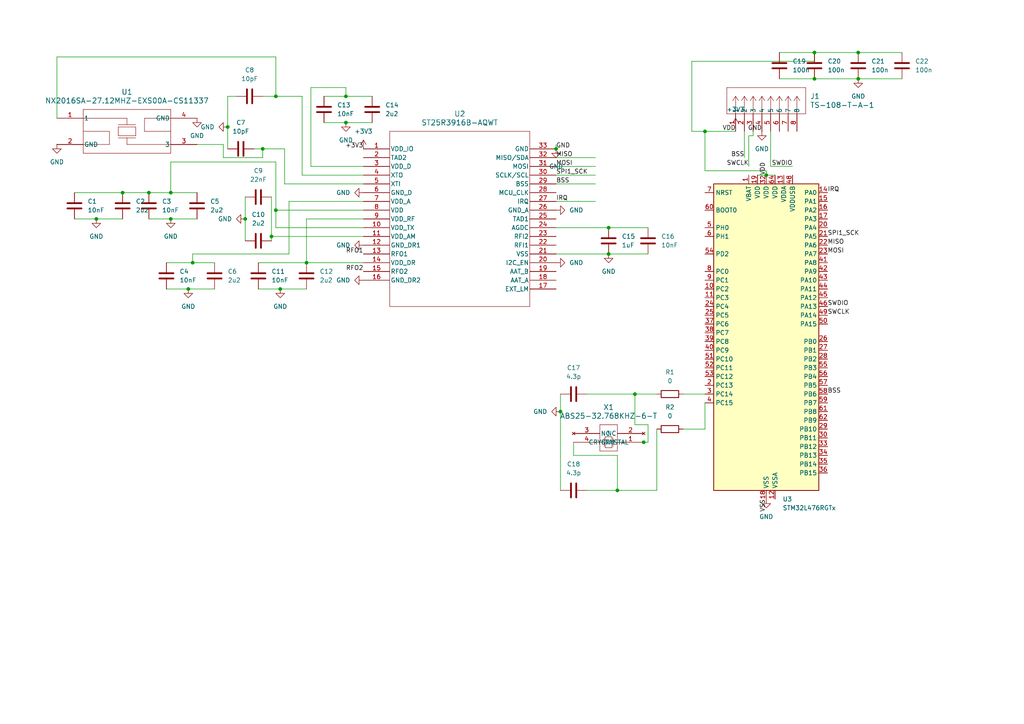
<source format=kicad_sch>
(kicad_sch (version 20231120) (generator "eeschema") (generator_version "8.0")
  (paper "A4")
  (lib_symbols
    (symbol "Crystal:ABS25-32.768KHZ-6-T" (pin_names (offset 0.254))
      (property "Reference" "X" (at 10.16 7.62 0))
      (property "Value" "ABS25-32.768KHZ-6-T" (at 10.16 5.08 0))
      (symbol "ABS25-32.768KHZ-6-T_0_1"
        (polyline (pts (xy 7.62 -5.08) (xy 12.7 -5.08)) (stroke (width 0.127)))
        (polyline (pts (xy 7.62 0) (xy 8.89 0)) (stroke (width 0.127)))
        (polyline (pts (xy 7.62 2.54) (xy 7.62 -5.08)) (stroke (width 0.127)))
        (polyline (pts (xy 8.89 1.27) (xy 8.89 -1.27)) (stroke (width 0.127)))
        (polyline (pts (xy 9.2075 -1.5875) (xy 11.1125 -1.5875)) (stroke (width 0.127)))
        (polyline (pts (xy 9.2075 1.5875) (xy 9.2075 -1.5875)) (stroke (width 0.127)))
        (polyline (pts (xy 9.2075 1.5875) (xy 11.1125 1.5875)) (stroke (width 0.127)))
        (polyline (pts (xy 11.1125 1.5875) (xy 11.1125 -1.5875)) (stroke (width 0.127)))
        (polyline (pts (xy 11.43 0) (xy 12.7 0)) (stroke (width 0.127)))
        (polyline (pts (xy 11.43 1.27) (xy 11.43 -1.27)) (stroke (width 0.127)))
        (polyline (pts (xy 12.7 -5.08) (xy 12.7 2.54)) (stroke (width 0.127)))
        (polyline (pts (xy 12.7 2.54) (xy 7.62 2.54)) (stroke (width 0.127)))
        (pin unspecified line (at 0 0 0) (length 7.62) (name "CRYSTAL") (number "1"))
        (pin no_connect line (at 0 -2.54 0) (length 7.62) (name "NC") (number "2"))
        (pin no_connect line (at 20.32 -2.54 180) (length 7.62) (name "NC") (number "3"))
        (pin unspecified line (at 20.32 0 180) (length 7.62) (name "CRYSTAL") (number "4"))
      )
    )
    (symbol "Crystal_27.12MHz:NX2016SA-27.12MHZ-EXS00A-CS11337" (pin_names (offset 0.254))
      (property "Reference" "U" (at 20.32 7.62 0))
      (property "Value" "NX2016SA-27.12MHZ-EXS00A-CS11337" (at 20.32 5.08 0))
      (symbol "NX2016SA-27.12MHZ-EXS00A-CS11337_0_1"
        (polyline (pts (xy 7.62 -10.16) (xy 33.02 -10.16)) (stroke (width 0.127)))
        (polyline (pts (xy 7.62 -7.62) (xy 15.24 -7.62)) (stroke (width 0.127)))
        (polyline (pts (xy 7.62 0) (xy 20.32 0)) (stroke (width 0.127)))
        (polyline (pts (xy 7.62 2.54) (xy 7.62 -10.16)) (stroke (width 0.127)))
        (polyline (pts (xy 15.24 -7.62) (xy 15.24 -3.81)) (stroke (width 0.127)))
        (polyline (pts (xy 15.24 -3.81) (xy 7.62 -3.81)) (stroke (width 0.127)))
        (polyline (pts (xy 17.78 -5.715) (xy 22.86 -5.715)) (stroke (width 0.127)))
        (polyline (pts (xy 17.78 -5.08) (xy 22.86 -5.08)) (stroke (width 0.127)))
        (polyline (pts (xy 17.78 -2.54) (xy 17.78 -5.08)) (stroke (width 0.127)))
        (polyline (pts (xy 17.78 -2.54) (xy 22.86 -2.54)) (stroke (width 0.127)))
        (polyline (pts (xy 17.78 -1.905) (xy 22.86 -1.905)) (stroke (width 0.127)))
        (polyline (pts (xy 20.32 -7.62) (xy 20.32 -5.715)) (stroke (width 0.127)))
        (polyline (pts (xy 20.32 0) (xy 20.32 -1.905)) (stroke (width 0.127)))
        (polyline (pts (xy 22.86 -2.54) (xy 22.86 -5.08)) (stroke (width 0.127)))
        (polyline (pts (xy 25.4 -3.81) (xy 33.02 -3.81)) (stroke (width 0.127)))
        (polyline (pts (xy 25.4 0) (xy 25.4 -3.81)) (stroke (width 0.127)))
        (polyline (pts (xy 33.02 -10.16) (xy 33.02 2.54)) (stroke (width 0.127)))
        (polyline (pts (xy 33.02 -7.62) (xy 20.32 -7.62)) (stroke (width 0.127)))
        (polyline (pts (xy 33.02 0) (xy 25.4 0)) (stroke (width 0.127)))
        (polyline (pts (xy 33.02 2.54) (xy 7.62 2.54)) (stroke (width 0.127)))
        (pin unspecified line (at 0 0 0) (length 7.62) (name "1") (number "1"))
        (pin unspecified line (at 0 -7.62 0) (length 7.62) (name "GND") (number "2"))
        (pin unspecified line (at 40.64 -7.62 180) (length 7.62) (name "3") (number "3"))
        (pin unspecified line (at 40.64 0 180) (length 7.62) (name "GND") (number "4"))
      )
    )
    (symbol "Device:C" (pin_numbers hide) (pin_names (offset 0.254))
      (property "Reference" "C" (at 0.635 2.54 0))
      (property "Value" "C" (at 0.635 -2.54 0))
      (symbol "C_0_1"
        (polyline (pts (xy -2.032 -0.762) (xy 2.032 -0.762)) (stroke (width 0.508)))
        (polyline (pts (xy -2.032 0.762) (xy 2.032 0.762)) (stroke (width 0.508)))
      )
      (symbol "C_1_1"
        (pin passive line (at 0 3.81 270) (length 2.794) (name "~") (number "1"))
        (pin passive line (at 0 -3.81 90) (length 2.794) (name "~") (number "2"))
      )
    )
    (symbol "Device:R" (pin_numbers hide) (pin_names (offset 0))
      (property "Reference" "R" (at 2.032 0 90))
      (property "Value" "R" (at 0 0 90))
      (symbol "R_0_1"
        (rectangle (start -1.016 -2.54) (end 1.016 2.54) (stroke (width 0.254)))
      )
      (symbol "R_1_1"
        (pin passive line (at 0 3.81 270) (length 1.27) (name "~") (number "1"))
        (pin passive line (at 0 -3.81 90) (length 1.27) (name "~") (number "2"))
      )
    )
    (symbol "Header_Connector:TS-108-T-A-1" (pin_names (offset 0.254))
      (property "Reference" "J" (at 8.89 6.35 0))
      (property "Value" "TS-108-T-A-1" (at 0 0 0))
      (symbol "TS-108-T-A-1_1_1"
        (polyline (pts (xy 5.08 -20.32) (xy 12.7 -20.32)) (stroke (width 0.127)))
        (polyline (pts (xy 5.08 2.54) (xy 5.08 -20.32)) (stroke (width 0.127)))
        (polyline (pts (xy 10.16 -17.78) (xy 5.08 -17.78)) (stroke (width 0.127)))
        (polyline (pts (xy 10.16 -17.78) (xy 8.89 -18.6267)) (stroke (width 0.127)))
        (polyline (pts (xy 10.16 -17.78) (xy 8.89 -16.9333)) (stroke (width 0.127)))
        (polyline (pts (xy 10.16 -15.24) (xy 5.08 -15.24)) (stroke (width 0.127)))
        (polyline (pts (xy 10.16 -15.24) (xy 8.89 -16.0867)) (stroke (width 0.127)))
        (polyline (pts (xy 10.16 -15.24) (xy 8.89 -14.3933)) (stroke (width 0.127)))
        (polyline (pts (xy 10.16 -12.7) (xy 5.08 -12.7)) (stroke (width 0.127)))
        (polyline (pts (xy 10.16 -12.7) (xy 8.89 -13.5467)) (stroke (width 0.127)))
        (polyline (pts (xy 10.16 -12.7) (xy 8.89 -11.8533)) (stroke (width 0.127)))
        (polyline (pts (xy 10.16 -10.16) (xy 5.08 -10.16)) (stroke (width 0.127)))
        (polyline (pts (xy 10.16 -10.16) (xy 8.89 -11.0067)) (stroke (width 0.127)))
        (polyline (pts (xy 10.16 -10.16) (xy 8.89 -9.3133)) (stroke (width 0.127)))
        (polyline (pts (xy 10.16 -7.62) (xy 5.08 -7.62)) (stroke (width 0.127)))
        (polyline (pts (xy 10.16 -7.62) (xy 8.89 -8.4667)) (stroke (width 0.127)))
        (polyline (pts (xy 10.16 -7.62) (xy 8.89 -6.7733)) (stroke (width 0.127)))
        (polyline (pts (xy 10.16 -5.08) (xy 5.08 -5.08)) (stroke (width 0.127)))
        (polyline (pts (xy 10.16 -5.08) (xy 8.89 -5.9267)) (stroke (width 0.127)))
        (polyline (pts (xy 10.16 -5.08) (xy 8.89 -4.2333)) (stroke (width 0.127)))
        (polyline (pts (xy 10.16 -2.54) (xy 5.08 -2.54)) (stroke (width 0.127)))
        (polyline (pts (xy 10.16 -2.54) (xy 8.89 -3.3867)) (stroke (width 0.127)))
        (polyline (pts (xy 10.16 -2.54) (xy 8.89 -1.6933)) (stroke (width 0.127)))
        (polyline (pts (xy 10.16 0) (xy 5.08 0)) (stroke (width 0.127)))
        (polyline (pts (xy 10.16 0) (xy 8.89 -0.8467)) (stroke (width 0.127)))
        (polyline (pts (xy 10.16 0) (xy 8.89 0.8467)) (stroke (width 0.127)))
        (polyline (pts (xy 12.7 -20.32) (xy 12.7 2.54)) (stroke (width 0.127)))
        (polyline (pts (xy 12.7 2.54) (xy 5.08 2.54)) (stroke (width 0.127)))
        (pin unspecified line (at 0 0 0) (length 5.08) (name "1") (number "1"))
        (pin unspecified line (at 0 -2.54 0) (length 5.08) (name "2") (number "2"))
        (pin unspecified line (at 0 -5.08 0) (length 5.08) (name "3") (number "3"))
        (pin unspecified line (at 0 -7.62 0) (length 5.08) (name "4") (number "4"))
        (pin unspecified line (at 0 -10.16 0) (length 5.08) (name "5") (number "5"))
        (pin unspecified line (at 0 -12.7 0) (length 5.08) (name "6") (number "6"))
        (pin unspecified line (at 0 -15.24 0) (length 5.08) (name "7") (number "7"))
        (pin unspecified line (at 0 -17.78 0) (length 5.08) (name "8") (number "8"))
      )
      (symbol "TS-108-T-A-1_1_2"
        (polyline (pts (xy 5.08 -20.32) (xy 12.7 -20.32)) (stroke (width 0.127)))
        (polyline (pts (xy 5.08 2.54) (xy 5.08 -20.32)) (stroke (width 0.127)))
        (polyline (pts (xy 7.62 -17.78) (xy 5.08 -17.78)) (stroke (width 0.127)))
        (polyline (pts (xy 7.62 -17.78) (xy 8.89 -18.6267)) (stroke (width 0.127)))
        (polyline (pts (xy 7.62 -17.78) (xy 8.89 -16.9333)) (stroke (width 0.127)))
        (polyline (pts (xy 7.62 -15.24) (xy 5.08 -15.24)) (stroke (width 0.127)))
        (polyline (pts (xy 7.62 -15.24) (xy 8.89 -16.0867)) (stroke (width 0.127)))
        (polyline (pts (xy 7.62 -15.24) (xy 8.89 -14.3933)) (stroke (width 0.127)))
        (polyline (pts (xy 7.62 -12.7) (xy 5.08 -12.7)) (stroke (width 0.127)))
        (polyline (pts (xy 7.62 -12.7) (xy 8.89 -13.5467)) (stroke (width 0.127)))
        (polyline (pts (xy 7.62 -12.7) (xy 8.89 -11.8533)) (stroke (width 0.127)))
        (polyline (pts (xy 7.62 -10.16) (xy 5.08 -10.16)) (stroke (width 0.127)))
        (polyline (pts (xy 7.62 -10.16) (xy 8.89 -11.0067)) (stroke (width 0.127)))
        (polyline (pts (xy 7.62 -10.16) (xy 8.89 -9.3133)) (stroke (width 0.127)))
        (polyline (pts (xy 7.62 -7.62) (xy 5.08 -7.62)) (stroke (width 0.127)))
        (polyline (pts (xy 7.62 -7.62) (xy 8.89 -8.4667)) (stroke (width 0.127)))
        (polyline (pts (xy 7.62 -7.62) (xy 8.89 -6.7733)) (stroke (width 0.127)))
        (polyline (pts (xy 7.62 -5.08) (xy 5.08 -5.08)) (stroke (width 0.127)))
        (polyline (pts (xy 7.62 -5.08) (xy 8.89 -5.9267)) (stroke (width 0.127)))
        (polyline (pts (xy 7.62 -5.08) (xy 8.89 -4.2333)) (stroke (width 0.127)))
        (polyline (pts (xy 7.62 -2.54) (xy 5.08 -2.54)) (stroke (width 0.127)))
        (polyline (pts (xy 7.62 -2.54) (xy 8.89 -3.3867)) (stroke (width 0.127)))
        (polyline (pts (xy 7.62 -2.54) (xy 8.89 -1.6933)) (stroke (width 0.127)))
        (polyline (pts (xy 7.62 0) (xy 5.08 0)) (stroke (width 0.127)))
        (polyline (pts (xy 7.62 0) (xy 8.89 -0.8467)) (stroke (width 0.127)))
        (polyline (pts (xy 7.62 0) (xy 8.89 0.8467)) (stroke (width 0.127)))
        (polyline (pts (xy 12.7 -20.32) (xy 12.7 2.54)) (stroke (width 0.127)))
        (polyline (pts (xy 12.7 2.54) (xy 5.08 2.54)) (stroke (width 0.127)))
        (pin unspecified line (at 0 0 0) (length 5.08) (name "1") (number "1"))
        (pin unspecified line (at 0 -2.54 0) (length 5.08) (name "2") (number "2"))
        (pin unspecified line (at 0 -5.08 0) (length 5.08) (name "3") (number "3"))
        (pin unspecified line (at 0 -7.62 0) (length 5.08) (name "4") (number "4"))
        (pin unspecified line (at 0 -10.16 0) (length 5.08) (name "5") (number "5"))
        (pin unspecified line (at 0 -12.7 0) (length 5.08) (name "6") (number "6"))
        (pin unspecified line (at 0 -15.24 0) (length 5.08) (name "7") (number "7"))
        (pin unspecified line (at 0 -17.78 0) (length 5.08) (name "8") (number "8"))
      )
    )
    (symbol "MCU_ST_STM32L4:STM32L476RGTx"
      (property "Reference" "U" (at -15.24 46.99 0))
      (property "Value" "STM32L476RGTx" (at 10.16 46.99 0))
      (symbol "STM32L476RGTx_0_1"
        (rectangle (start -15.24 -43.18) (end 15.24 45.72) (stroke (width 0.254)) (fill (type background)))
      )
      (symbol "STM32L476RGTx_1_1"
        (pin power_in line (at -5.08 48.26 270) (length 2.54) (name "VBAT") (number "1"))
        (pin bidirectional line (at -17.78 15.24 0) (length 2.54) (name "PC2") (number "10"))
        (pin bidirectional line (at -17.78 12.7 0) (length 2.54) (name "PC3") (number "11"))
        (pin power_in line (at 2.54 -45.72 90) (length 2.54) (name "VSSA") (number "12"))
        (pin power_in line (at 5.08 48.26 270) (length 2.54) (name "VDDA") (number "13"))
        (pin bidirectional line (at 17.78 43.18 180) (length 2.54) (name "PA0") (number "14"))
        (pin bidirectional line (at 17.78 40.64 180) (length 2.54) (name "PA1") (number "15"))
        (pin bidirectional line (at 17.78 38.1 180) (length 2.54) (name "PA2") (number "16"))
        (pin bidirectional line (at 17.78 35.56 180) (length 2.54) (name "PA3") (number "17"))
        (pin power_in line (at 0 -45.72 90) (length 2.54) (name "VSS") (number "18"))
        (pin power_in line (at -2.54 48.26 270) (length 2.54) (name "VDD") (number "19"))
        (pin bidirectional line (at -17.78 -12.7 0) (length 2.54) (name "PC13") (number "2"))
        (pin bidirectional line (at 17.78 33.02 180) (length 2.54) (name "PA4") (number "20"))
        (pin bidirectional line (at 17.78 30.48 180) (length 2.54) (name "PA5") (number "21"))
        (pin bidirectional line (at 17.78 27.94 180) (length 2.54) (name "PA6") (number "22"))
        (pin bidirectional line (at 17.78 25.4 180) (length 2.54) (name "PA7") (number "23"))
        (pin bidirectional line (at -17.78 10.16 0) (length 2.54) (name "PC4") (number "24"))
        (pin bidirectional line (at -17.78 7.62 0) (length 2.54) (name "PC5") (number "25"))
        (pin bidirectional line (at 17.78 0 180) (length 2.54) (name "PB0") (number "26"))
        (pin bidirectional line (at 17.78 -2.54 180) (length 2.54) (name "PB1") (number "27"))
        (pin bidirectional line (at 17.78 -5.08 180) (length 2.54) (name "PB2") (number "28"))
        (pin bidirectional line (at 17.78 -25.4 180) (length 2.54) (name "PB10") (number "29"))
        (pin bidirectional line (at -17.78 -15.24 0) (length 2.54) (name "PC14") (number "3"))
        (pin bidirectional line (at 17.78 -27.94 180) (length 2.54) (name "PB11") (number "30"))
        (pin passive line (at 0 -45.72 90) (length 2.54) hide (name "VSS") (number "31"))
        (pin power_in line (at 0 48.26 270) (length 2.54) (name "VDD") (number "32"))
        (pin bidirectional line (at 17.78 -30.48 180) (length 2.54) (name "PB12") (number "33"))
        (pin bidirectional line (at 17.78 -33.02 180) (length 2.54) (name "PB13") (number "34"))
        (pin bidirectional line (at 17.78 -35.56 180) (length 2.54) (name "PB14") (number "35"))
        (pin bidirectional line (at 17.78 -38.1 180) (length 2.54) (name "PB15") (number "36"))
        (pin bidirectional line (at -17.78 5.08 0) (length 2.54) (name "PC6") (number "37"))
        (pin bidirectional line (at -17.78 2.54 0) (length 2.54) (name "PC7") (number "38"))
        (pin bidirectional line (at -17.78 0 0) (length 2.54) (name "PC8") (number "39"))
        (pin bidirectional line (at -17.78 -17.78 0) (length 2.54) (name "PC15") (number "4"))
        (pin bidirectional line (at -17.78 -2.54 0) (length 2.54) (name "PC9") (number "40"))
        (pin bidirectional line (at 17.78 22.86 180) (length 2.54) (name "PA8") (number "41"))
        (pin bidirectional line (at 17.78 20.32 180) (length 2.54) (name "PA9") (number "42"))
        (pin bidirectional line (at 17.78 17.78 180) (length 2.54) (name "PA10") (number "43"))
        (pin bidirectional line (at 17.78 15.24 180) (length 2.54) (name "PA11") (number "44"))
        (pin bidirectional line (at 17.78 12.7 180) (length 2.54) (name "PA12") (number "45"))
        (pin bidirectional line (at 17.78 10.16 180) (length 2.54) (name "PA13") (number "46"))
        (pin passive line (at 0 -45.72 90) (length 2.54) hide (name "VSS") (number "47"))
        (pin power_in line (at 7.62 48.26 270) (length 2.54) (name "VDDUSB") (number "48"))
        (pin bidirectional line (at 17.78 7.62 180) (length 2.54) (name "PA14") (number "49"))
        (pin bidirectional line (at -17.78 33.02 0) (length 2.54) (name "PH0") (number "5"))
        (pin bidirectional line (at 17.78 5.08 180) (length 2.54) (name "PA15") (number "50"))
        (pin bidirectional line (at -17.78 -5.08 0) (length 2.54) (name "PC10") (number "51"))
        (pin bidirectional line (at -17.78 -7.62 0) (length 2.54) (name "PC11") (number "52"))
        (pin bidirectional line (at -17.78 -10.16 0) (length 2.54) (name "PC12") (number "53"))
        (pin bidirectional line (at -17.78 25.4 0) (length 2.54) (name "PD2") (number "54"))
        (pin bidirectional line (at 17.78 -7.62 180) (length 2.54) (name "PB3") (number "55"))
        (pin bidirectional line (at 17.78 -10.16 180) (length 2.54) (name "PB4") (number "56"))
        (pin bidirectional line (at 17.78 -12.7 180) (length 2.54) (name "PB5") (number "57"))
        (pin bidirectional line (at 17.78 -15.24 180) (length 2.54) (name "PB6") (number "58"))
        (pin bidirectional line (at 17.78 -17.78 180) (length 2.54) (name "PB7") (number "59"))
        (pin bidirectional line (at -17.78 30.48 0) (length 2.54) (name "PH1") (number "6"))
        (pin input line (at -17.78 38.1 0) (length 2.54) (name "BOOT0") (number "60"))
        (pin bidirectional line (at 17.78 -20.32 180) (length 2.54) (name "PB8") (number "61"))
        (pin bidirectional line (at 17.78 -22.86 180) (length 2.54) (name "PB9") (number "62"))
        (pin passive line (at 0 -45.72 90) (length 2.54) hide (name "VSS") (number "63"))
        (pin power_in line (at 2.54 48.26 270) (length 2.54) (name "VDD") (number "64"))
        (pin input line (at -17.78 43.18 0) (length 2.54) (name "NRST") (number "7"))
        (pin bidirectional line (at -17.78 20.32 0) (length 2.54) (name "PC0") (number "8"))
        (pin bidirectional line (at -17.78 17.78 0) (length 2.54) (name "PC1") (number "9"))
      )
    )
    (symbol "ST25R3916B:ST25R3916B-AQWT" (pin_names (offset 0.254))
      (property "Reference" "U" (at 27.94 10.16 0))
      (property "Value" "ST25R3916B-AQWT" (at 27.94 7.62 0))
      (symbol "ST25R3916B-AQWT_0_1"
        (polyline (pts (xy 7.62 -45.72) (xy 48.26 -45.72)) (stroke (width 0.127)))
        (polyline (pts (xy 7.62 5.08) (xy 7.62 -45.72)) (stroke (width 0.127)))
        (polyline (pts (xy 48.26 -45.72) (xy 48.26 5.08)) (stroke (width 0.127)))
        (polyline (pts (xy 48.26 5.08) (xy 7.62 5.08)) (stroke (width 0.127)))
        (pin power_in line (at 0 0 0) (length 7.62) (name "VDD_IO") (number "1"))
        (pin power_in line (at 0 -22.86 0) (length 7.62) (name "VDD_TX") (number "10"))
        (pin unspecified line (at 0 -25.4 0) (length 7.62) (name "VDD_AM") (number "11"))
        (pin power_out line (at 0 -27.94 0) (length 7.62) (name "GND_DR1") (number "12"))
        (pin unspecified line (at 0 -30.48 0) (length 7.62) (name "RFO1") (number "13"))
        (pin power_in line (at 0 -33.02 0) (length 7.62) (name "VDD_DR") (number "14"))
        (pin unspecified line (at 0 -35.56 0) (length 7.62) (name "RFO2") (number "15"))
        (pin power_out line (at 0 -38.1 0) (length 7.62) (name "GND_DR2") (number "16"))
        (pin unspecified line (at 55.88 -40.64 180) (length 7.62) (name "EXT_LM") (number "17"))
        (pin unspecified line (at 55.88 -38.1 180) (length 7.62) (name "AAT_A") (number "18"))
        (pin unspecified line (at 55.88 -35.56 180) (length 7.62) (name "AAT_B") (number "19"))
        (pin unspecified line (at 0 -2.54 0) (length 7.62) (name "TAD2") (number "2"))
        (pin input line (at 55.88 -33.02 180) (length 7.62) (name "I2C_EN") (number "20"))
        (pin power_out line (at 55.88 -30.48 180) (length 7.62) (name "VSS") (number "21"))
        (pin unspecified line (at 55.88 -27.94 180) (length 7.62) (name "RFI1") (number "22"))
        (pin unspecified line (at 55.88 -25.4 180) (length 7.62) (name "RFI2") (number "23"))
        (pin unspecified line (at 55.88 -22.86 180) (length 7.62) (name "AGDC") (number "24"))
        (pin unspecified line (at 55.88 -20.32 180) (length 7.62) (name "TAD1") (number "25"))
        (pin power_out line (at 55.88 -17.78 180) (length 7.62) (name "GND_A") (number "26"))
        (pin output line (at 55.88 -15.24 180) (length 7.62) (name "IRQ") (number "27"))
        (pin output line (at 55.88 -12.7 180) (length 7.62) (name "MCU_CLK") (number "28"))
        (pin input line (at 55.88 -10.16 180) (length 7.62) (name "BSS") (number "29"))
        (pin unspecified line (at 0 -5.08 0) (length 7.62) (name "VDD_D") (number "3"))
        (pin input line (at 55.88 -7.62 180) (length 7.62) (name "SCLK/SCL") (number "30"))
        (pin input line (at 55.88 -5.08 180) (length 7.62) (name "MOSI") (number "31"))
        (pin bidirectional line (at 55.88 -2.54 180) (length 7.62) (name "MISO/SDA") (number "32"))
        (pin power_out line (at 55.88 0 180) (length 7.62) (name "GND") (number "33"))
        (pin unspecified line (at 0 -7.62 0) (length 7.62) (name "XTO") (number "4"))
        (pin input line (at 0 -10.16 0) (length 7.62) (name "XTI") (number "5"))
        (pin power_out line (at 0 -12.7 0) (length 7.62) (name "GND_D") (number "6"))
        (pin unspecified line (at 0 -15.24 0) (length 7.62) (name "VDD_A") (number "7"))
        (pin power_in line (at 0 -17.78 0) (length 7.62) (name "VDD") (number "8"))
        (pin unspecified line (at 0 -20.32 0) (length 7.62) (name "VDD_RF") (number "9"))
      )
    )
    (symbol "power:+3V3" (power) (pin_numbers hide) (pin_names (offset 0) hide)
      (property "Value" "+3V3" (at 0 3.556 0))
      (symbol "+3V3_0_1"
        (polyline (pts (xy -0.762 1.27) (xy 0 2.54)))
        (polyline (pts (xy 0 0) (xy 0 2.54)))
        (polyline (pts (xy 0 2.54) (xy 0.762 1.27)))
      )
      (symbol "+3V3_1_1"
        (pin power_in line (at 0 0 90) (length 0) (name "~") (number "1"))
      )
    )
    (symbol "power:GND" (power) (pin_numbers hide) (pin_names (offset 0) hide)
      (property "Value" "GND" (at 0 -3.81 0))
      (symbol "GND_0_1"
        (polyline (pts (xy 0 0) (xy 0 -1.27) (xy 1.27 -1.27) (xy 0 -2.54) (xy -1.27 -1.27) (xy 0 -1.27)))
      )
      (symbol "GND_1_1"
        (pin power_in line (at 0 0 270) (length 0) (name "~") (number "1"))
      )
    )
  )
  (junction (at 179.07 142.24))
  (junction (at 176.53 73.66))
  (junction (at 81.28 83.82))
  (junction (at 35.56 55.88))
  (junction (at 236.22 22.86))
  (junction (at 100.33 27.94))
  (junction (at 204.47 38.1))
  (junction (at 88.9 76.2))
  (junction (at 55.88 76.2))
  (junction (at 248.92 22.86))
  (junction (at 27.94 63.5))
  (junction (at 49.53 55.88))
  (junction (at 80.01 27.94))
  (junction (at 54.61 83.82))
  (junction (at 184.15 114.3))
  (junction (at 66.04 36.83))
  (junction (at 161.29 43.18))
  (junction (at 186.69 128.27))
  (junction (at 76.2 43.18))
  (junction (at 248.92 15.24))
  (junction (at 43.18 55.88))
  (junction (at 236.22 15.24))
  (junction (at 162.56 119.38))
  (junction (at 49.53 63.5))
  (junction (at 80.01 60.96))
  (junction (at 71.12 63.5))
  (junction (at 222.25 50.8))
  (junction (at 100.33 35.56))
  (junction (at 176.53 66.04))
  (junction (at 78.74 68.58))
  (wire (pts (xy 226.06 22.86) (xy 236.22 22.86)))
  (wire (pts (xy 248.92 15.24) (xy 261.62 15.24)))
  (wire (pts (xy 204.47 38.1) (xy 213.36 38.1)))
  (wire (pts (xy 161.29 45.72) (xy 172.72 45.72)))
  (wire (pts (xy 80.01 27.94) (xy 80.01 16.51)))
  (wire (pts (xy 105.41 53.34) (xy 82.55 53.34)))
  (wire (pts (xy 57.15 41.91) (xy 64.77 41.91)))
  (wire (pts (xy 226.06 15.24) (xy 236.22 15.24)))
  (wire (pts (xy 222.25 50.8) (xy 222.25 49.53)))
  (wire (pts (xy 215.9 45.72) (xy 215.9 38.1)))
  (wire (pts (xy 100.33 25.4) (xy 100.33 27.94)))
  (wire (pts (xy 93.98 35.56) (xy 100.33 35.56)))
  (wire (pts (xy 76.2 45.72) (xy 76.2 43.18)))
  (wire (pts (xy 78.74 57.15) (xy 78.74 68.58)))
  (wire (pts (xy 80.01 46.99) (xy 49.53 46.99)))
  (wire (pts (xy 90.17 25.4) (xy 100.33 25.4)))
  (wire (pts (xy 219.71 50.8) (xy 222.25 50.8)))
  (wire (pts (xy 161.29 41.91) (xy 161.29 43.18)))
  (wire (pts (xy 87.63 27.94) (xy 80.01 27.94)))
  (wire (pts (xy 105.41 50.8) (xy 87.63 50.8)))
  (wire (pts (xy 87.63 50.8) (xy 87.63 27.94)))
  (wire (pts (xy 93.98 27.94) (xy 100.33 27.94)))
  (wire (pts (xy 88.9 76.2) (xy 105.41 76.2)))
  (wire (pts (xy 223.52 48.26) (xy 223.52 38.1)))
  (wire (pts (xy 88.9 63.5) (xy 88.9 76.2)))
  (wire (pts (xy 161.29 58.42) (xy 172.72 58.42)))
  (wire (pts (xy 35.56 55.88) (xy 43.18 55.88)))
  (wire (pts (xy 83.82 73.66) (xy 55.88 73.66)))
  (wire (pts (xy 66.04 36.83) (xy 66.04 43.18)))
  (wire (pts (xy 21.59 55.88) (xy 35.56 55.88)))
  (wire (pts (xy 64.77 41.91) (xy 64.77 45.72)))
  (wire (pts (xy 179.07 142.24) (xy 190.5 142.24)))
  (wire (pts (xy 73.66 43.18) (xy 76.2 43.18)))
  (wire (pts (xy 55.88 76.2) (xy 62.23 76.2)))
  (wire (pts (xy 82.55 53.34) (xy 82.55 43.18)))
  (wire (pts (xy 198.12 124.46) (xy 204.47 124.46)))
  (wire (pts (xy 161.29 53.34) (xy 172.72 53.34)))
  (wire (pts (xy 184.15 114.3) (xy 184.15 123.19)))
  (wire (pts (xy 105.41 66.04) (xy 80.01 66.04)))
  (wire (pts (xy 166.37 128.27) (xy 166.37 132.08)))
  (wire (pts (xy 200.66 38.1) (xy 204.47 38.1)))
  (wire (pts (xy 161.29 50.8) (xy 172.72 50.8)))
  (wire (pts (xy 80.01 27.94) (xy 76.2 27.94)))
  (wire (pts (xy 80.01 60.96) (xy 80.01 46.99)))
  (wire (pts (xy 248.92 22.86) (xy 261.62 22.86)))
  (wire (pts (xy 179.07 128.27) (xy 186.69 128.27)))
  (wire (pts (xy 198.12 114.3) (xy 204.47 114.3)))
  (wire (pts (xy 78.74 68.58) (xy 78.74 69.85)))
  (wire (pts (xy 176.53 66.04) (xy 187.96 66.04)))
  (wire (pts (xy 21.59 63.5) (xy 27.94 63.5)))
  (wire (pts (xy 236.22 15.24) (xy 248.92 15.24)))
  (wire (pts (xy 64.77 45.72) (xy 76.2 45.72)))
  (wire (pts (xy 190.5 124.46) (xy 190.5 142.24)))
  (wire (pts (xy 184.15 123.19) (xy 187.96 123.19)))
  (wire (pts (xy 80.01 16.51) (xy 16.51 16.51)))
  (wire (pts (xy 218.44 39.37) (xy 218.44 38.1)))
  (wire (pts (xy 54.61 83.82) (xy 62.23 83.82)))
  (wire (pts (xy 80.01 60.96) (xy 105.41 60.96)))
  (wire (pts (xy 76.2 43.18) (xy 82.55 43.18)))
  (wire (pts (xy 217.17 48.26) (xy 217.17 39.37)))
  (wire (pts (xy 166.37 132.08) (xy 179.07 132.08)))
  (wire (pts (xy 66.04 27.94) (xy 66.04 36.83)))
  (wire (pts (xy 187.96 123.19) (xy 187.96 128.27)))
  (wire (pts (xy 43.18 55.88) (xy 49.53 55.88)))
  (wire (pts (xy 80.01 66.04) (xy 80.01 60.96)))
  (wire (pts (xy 170.18 114.3) (xy 184.15 114.3)))
  (wire (pts (xy 48.26 76.2) (xy 55.88 76.2)))
  (wire (pts (xy 100.33 27.94) (xy 107.95 27.94)))
  (wire (pts (xy 204.47 124.46) (xy 204.47 116.84)))
  (wire (pts (xy 204.47 49.53) (xy 204.47 38.1)))
  (wire (pts (xy 179.07 132.08) (xy 179.07 142.24)))
  (wire (pts (xy 236.22 17.78) (xy 200.66 17.78)))
  (wire (pts (xy 43.18 63.5) (xy 49.53 63.5)))
  (wire (pts (xy 161.29 73.66) (xy 176.53 73.66)))
  (wire (pts (xy 161.29 66.04) (xy 176.53 66.04)))
  (wire (pts (xy 170.18 142.24) (xy 179.07 142.24)))
  (wire (pts (xy 187.96 128.27) (xy 186.69 128.27)))
  (wire (pts (xy 16.51 16.51) (xy 16.51 34.29)))
  (wire (pts (xy 162.56 119.38) (xy 162.56 142.24)))
  (wire (pts (xy 105.41 48.26) (xy 90.17 48.26)))
  (wire (pts (xy 83.82 58.42) (xy 83.82 73.66)))
  (wire (pts (xy 105.41 68.58) (xy 78.74 68.58)))
  (wire (pts (xy 27.94 63.5) (xy 35.56 63.5)))
  (wire (pts (xy 55.88 73.66) (xy 55.88 76.2)))
  (wire (pts (xy 105.41 58.42) (xy 83.82 58.42)))
  (wire (pts (xy 48.26 83.82) (xy 54.61 83.82)))
  (wire (pts (xy 71.12 57.15) (xy 71.12 63.5)))
  (wire (pts (xy 100.33 35.56) (xy 107.95 35.56)))
  (wire (pts (xy 161.29 48.26) (xy 172.72 48.26)))
  (wire (pts (xy 49.53 46.99) (xy 49.53 55.88)))
  (wire (pts (xy 222.25 50.8) (xy 224.79 50.8)))
  (wire (pts (xy 49.53 55.88) (xy 57.15 55.88)))
  (wire (pts (xy 74.93 83.82) (xy 81.28 83.82)))
  (wire (pts (xy 90.17 48.26) (xy 90.17 25.4)))
  (wire (pts (xy 81.28 83.82) (xy 88.9 83.82)))
  (wire (pts (xy 217.17 39.37) (xy 218.44 39.37)))
  (wire (pts (xy 162.56 114.3) (xy 162.56 119.38)))
  (wire (pts (xy 49.53 63.5) (xy 57.15 63.5)))
  (wire (pts (xy 222.25 49.53) (xy 204.47 49.53)))
  (wire (pts (xy 176.53 73.66) (xy 187.96 73.66)))
  (wire (pts (xy 74.93 76.2) (xy 88.9 76.2)))
  (wire (pts (xy 105.41 63.5) (xy 88.9 63.5)))
  (wire (pts (xy 71.12 63.5) (xy 71.12 69.85)))
  (wire (pts (xy 236.22 22.86) (xy 248.92 22.86)))
  (wire (pts (xy 190.5 114.3) (xy 184.15 114.3)))
  (wire (pts (xy 236.22 17.78) (xy 236.22 15.24)))
  (wire (pts (xy 229.87 48.26) (xy 223.52 48.26)))
  (wire (pts (xy 68.58 27.94) (xy 66.04 27.94)))
  (wire (pts (xy 200.66 17.78) (xy 200.66 38.1)))
  (label "BSS" (at 161.29 53.34 0))
  (label "RFO1" (at 105.41 73.66 180))
  (label "GND" (at 161.29 43.18 0))
  (label "SPI1_SCK" (at 161.29 50.8 0))
  (label "MISO" (at 240.03 71.12 0))
  (label "SWDIO" (at 229.87 48.26 180))
  (label "BSS" (at 215.9 45.72 180))
  (label "SWCLK" (at 240.03 91.44 0))
  (label "" (at 248.92 15.24 270))
  (label "IRQ" (at 240.03 55.88 0))
  (label "IRQ" (at 161.29 58.42 0))
  (label "SWDIO" (at 240.03 88.9 0))
  (label "SWCLK" (at 217.17 48.26 180))
  (label "+3V3" (at 105.41 43.18 180))
  (label "VDD" (at 213.36 38.1 180))
  (label "BSS" (at 240.03 114.3 0))
  (label "SPI1_SCK" (at 240.03 68.58 0))
  (label "VSS" (at 222.25 144.78 270))
  (label "MOSI" (at 240.03 73.66 0))
  (label "VDD" (at 222.25 50.8 90))
  (label "GND" (at 220.98 38.1 180))
  (label "MOSI" (at 161.29 48.26 0))
  (label "MISO" (at 161.29 45.72 0))
  (label "RFO2" (at 105.41 78.74 180))
  (symbol (lib_id "power:+3V3") (at 105.41 43.18 0) (unit 1)
    (property "Reference" "#PWR010" (effects (hide yes)))
    (property "Value" "+3V3" (at 105.41 38.1 0))
    (property "Description" "Power symbol creates a global label with name \"+3V3\"" (effects (hide yes)))
  )
  (symbol (lib_id "Device:C") (at 21.59 59.69 0) (unit 1)
    (property "Reference" "C1" (at 25.4 58.4199 0) (effects (justify left)))
    (property "Value" "10nF" (at 25.4 60.9599 0) (effects (justify left)))
    (property "Footprint" "Capacitor_SMD:C_0402_1005Metric_Pad0.74x0.62mm_HandSolder" (effects (hide yes)))
    (property "Description" "Unpolarized capacitor" (effects (hide yes)))
  )
  (symbol (lib_id "power:GND") (at 105.41 55.88 270) (unit 1)
    (property "Reference" "#PWR011" (effects (hide yes)))
    (property "Value" "GND" (at 101.6 55.8799 90) (effects (justify right)))
    (property "Description" "Power symbol creates a global label with name \"GND\" , ground" (effects (hide yes)))
  )
  (symbol (lib_id "Device:C") (at 93.98 31.75 0) (unit 1)
    (property "Reference" "C13" (at 97.79 30.4799 0) (effects (justify left)))
    (property "Value" "10nF" (at 97.79 33.0199 0) (effects (justify left)))
    (property "Footprint" "Capacitor_SMD:C_0402_1005Metric_Pad0.74x0.62mm_HandSolder" (effects (hide yes)))
    (property "Description" "Unpolarized capacitor" (effects (hide yes)))
  )
  (symbol (lib_id "power:GND") (at 176.53 73.66 0) (unit 1)
    (property "Reference" "#PWR017" (effects (hide yes)))
    (property "Value" "GND" (at 176.53 78.74 0))
    (property "Description" "Power symbol creates a global label with name \"GND\" , ground" (effects (hide yes)))
  )
  (symbol (lib_id "Crystal_27.12MHz:NX2016SA-27.12MHZ-EXS00A-CS11337") (at 16.51 34.29 0) (unit 1)
    (property "Reference" "U1" (at 36.83 26.67 0) (effects (font (size 1.524 1.524))))
    (property "Value" "NX2016SA-27.12MHZ-EXS00A-CS11337" (at 36.83 29.21 0) (effects (font (size 1.524 1.524))))
    (property "Footprint" "SMD04_NX2016S_NDK" (effects (hide yes)))
    (property "Datasheet" "NX2016SA-27.12MHZ-EXS00A-CS11337" (effects (hide yes)))
  )
  (symbol (lib_id "power:GND") (at 71.12 63.5 270) (unit 1)
    (property "Reference" "#PWR07" (effects (hide yes)))
    (property "Value" "GND" (at 67.31 63.4999 90) (effects (justify right)))
    (property "Description" "Power symbol creates a global label with name \"GND\" , ground" (effects (hide yes)))
  )
  (symbol (lib_id "power:GND") (at 81.28 83.82 0) (unit 1)
    (property "Reference" "#PWR08" (effects (hide yes)))
    (property "Value" "GND" (at 81.28 88.9 0))
    (property "Description" "Power symbol creates a global label with name \"GND\" , ground" (effects (hide yes)))
  )
  (symbol (lib_id "power:GND") (at 222.25 144.78 0) (unit 1)
    (property "Reference" "#PWR019" (effects (hide yes)))
    (property "Value" "GND" (at 222.25 149.86 0))
    (property "Description" "Power symbol creates a global label with name \"GND\" , ground" (effects (hide yes)))
  )
  (symbol (lib_id "Device:C") (at 74.93 80.01 0) (unit 1)
    (property "Reference" "C11" (at 78.74 78.7399 0) (effects (justify left)))
    (property "Value" "10nF" (at 78.74 81.2799 0) (effects (justify left)))
    (property "Footprint" "Capacitor_SMD:C_0402_1005Metric_Pad0.74x0.62mm_HandSolder" (effects (hide yes)))
    (property "Description" "Unpolarized capacitor" (effects (hide yes)))
  )
  (symbol (lib_id "power:GND") (at 105.41 81.28 270) (unit 1)
    (property "Reference" "#PWR013" (effects (hide yes)))
    (property "Value" "GND" (at 101.6 81.2799 90) (effects (justify right)))
    (property "Description" "Power symbol creates a global label with name \"GND\" , ground" (effects (hide yes)))
  )
  (symbol (lib_id "power:GND") (at 220.98 38.1 0) (unit 1)
    (property "Reference" "#PWR018" (effects (hide yes)))
    (property "Value" "GND" (at 220.98 43.18 0))
    (property "Description" "Power symbol creates a global label with name \"GND\" , ground" (effects (hide yes)))
  )
  (symbol (lib_id "Device:R") (at 194.31 114.3 90) (unit 1)
    (property "Reference" "R1" (at 194.31 107.95 90))
    (property "Value" "0" (at 194.31 110.49 90))
    (property "Footprint" "Resistor_SMD:R_0402_1005Metric_Pad0.72x0.64mm_HandSolder" (effects (hide yes)))
    (property "Description" "Resistor" (effects (hide yes)))
  )
  (symbol (lib_id "Device:C") (at 261.62 19.05 180) (unit 1)
    (property "Reference" "C22" (at 265.43 17.7799 0) (effects (justify right)))
    (property "Value" "100n" (at 265.43 20.3199 0) (effects (justify right)))
    (property "Footprint" "Capacitor_SMD:C_0402_1005Metric_Pad0.74x0.62mm_HandSolder" (effects (hide yes)))
    (property "Description" "Unpolarized capacitor" (effects (hide yes)))
  )
  (symbol (lib_id "Device:C") (at 57.15 59.69 0) (unit 1)
    (property "Reference" "C5" (at 60.96 58.4199 0) (effects (justify left)))
    (property "Value" "2u2" (at 60.96 60.9599 0) (effects (justify left)))
    (property "Footprint" "Capacitor_SMD:C_0402_1005Metric_Pad0.74x0.62mm_HandSolder" (effects (hide yes)))
    (property "Description" "Unpolarized capacitor" (effects (hide yes)))
  )
  (symbol (lib_id "power:GND") (at 162.56 119.38 270) (unit 1)
    (property "Reference" "#PWR016" (effects (hide yes)))
    (property "Value" "GND" (at 158.75 119.3799 90) (effects (justify right)))
    (property "Description" "Power symbol creates a global label with name \"GND\" , ground" (effects (hide yes)))
  )
  (symbol (lib_id "power:GND") (at 248.92 22.86 0) (unit 1)
    (property "Reference" "#PWR020" (effects (hide yes)))
    (property "Value" "GND" (at 248.92 27.94 0))
    (property "Description" "Power symbol creates a global label with name \"GND\" , ground" (effects (hide yes)))
  )
  (symbol (lib_id "Device:C") (at 72.39 27.94 270) (unit 1)
    (property "Reference" "C8" (at 72.39 20.32 90))
    (property "Value" "10pF" (at 72.39 22.86 90))
    (property "Footprint" "Capacitor_SMD:C_0402_1005Metric_Pad0.74x0.62mm_HandSolder" (effects (hide yes)))
    (property "Description" "Unpolarized capacitor" (effects (hide yes)))
  )
  (symbol (lib_id "Device:C") (at 248.92 19.05 180) (unit 1)
    (property "Reference" "C21" (at 252.73 17.7799 0) (effects (justify right)))
    (property "Value" "100n" (at 252.73 20.3199 0) (effects (justify right)))
    (property "Footprint" "Capacitor_SMD:C_0402_1005Metric_Pad0.74x0.62mm_HandSolder" (effects (hide yes)))
    (property "Description" "Unpolarized capacitor" (effects (hide yes)))
  )
  (symbol (lib_id "power:GND") (at 161.29 76.2 90) (unit 1)
    (property "Reference" "#PWR015" (effects (hide yes)))
    (property "Value" "GND" (at 165.1 76.1999 90) (effects (justify right)))
    (property "Description" "Power symbol creates a global label with name \"GND\" , ground" (effects (hide yes)))
  )
  (symbol (lib_id "Crystal:ABS25-32.768KHZ-6-T") (at 186.69 128.27 180) (unit 1)
    (property "Reference" "X1" (at 176.53 118.11 0) (effects (font (size 1.524 1.524))))
    (property "Value" "ABS25-32.768KHZ-6-T" (at 176.53 120.65 0) (effects (font (size 1.524 1.524))))
    (property "Footprint" "X_ABS25_ABR" (effects (hide yes)))
    (property "Datasheet" "ABS25-32.768KHZ-6-T" (effects (hide yes)))
  )
  (symbol (lib_id "power:GND") (at 57.15 34.29 0) (unit 1)
    (property "Reference" "#PWR05" (effects (hide yes)))
    (property "Value" "GND" (at 57.15 39.37 0))
    (property "Description" "Power symbol creates a global label with name \"GND\" , ground" (effects (hide yes)))
  )
  (symbol (lib_id "Device:C") (at 74.93 57.15 270) (unit 1)
    (property "Reference" "C9" (at 74.93 49.53 90))
    (property "Value" "22nF" (at 74.93 52.07 90))
    (property "Footprint" "Capacitor_SMD:C_0402_1005Metric_Pad0.74x0.62mm_HandSolder" (effects (hide yes)))
    (property "Description" "Unpolarized capacitor" (effects (hide yes)))
  )
  (symbol (lib_id "Device:C") (at 88.9 80.01 0) (unit 1)
    (property "Reference" "C12" (at 92.71 78.7399 0) (effects (justify left)))
    (property "Value" "2u2" (at 92.71 81.2799 0) (effects (justify left)))
    (property "Footprint" "Capacitor_SMD:C_0402_1005Metric_Pad0.74x0.62mm_HandSolder" (effects (hide yes)))
    (property "Description" "Unpolarized capacitor" (effects (hide yes)))
  )
  (symbol (lib_id "Device:C") (at 107.95 31.75 0) (unit 1)
    (property "Reference" "C14" (at 111.76 30.4799 0) (effects (justify left)))
    (property "Value" "2u2" (at 111.76 33.0199 0) (effects (justify left)))
    (property "Footprint" "Capacitor_SMD:C_0402_1005Metric_Pad0.74x0.62mm_HandSolder" (effects (hide yes)))
    (property "Description" "Unpolarized capacitor" (effects (hide yes)))
  )
  (symbol (lib_id "Device:C") (at 236.22 19.05 180) (unit 1)
    (property "Reference" "C20" (at 240.03 17.7799 0) (effects (justify right)))
    (property "Value" "100n" (at 240.03 20.3199 0) (effects (justify right)))
    (property "Footprint" "Capacitor_SMD:C_0402_1005Metric_Pad0.74x0.62mm_HandSolder" (effects (hide yes)))
    (property "Description" "Unpolarized capacitor" (effects (hide yes)))
  )
  (symbol (lib_id "Device:C") (at 74.93 69.85 270) (unit 1)
    (property "Reference" "C10" (at 74.93 62.23 90))
    (property "Value" "2u2" (at 74.93 64.77 90))
    (property "Footprint" "Capacitor_SMD:C_0402_1005Metric_Pad0.74x0.62mm_HandSolder" (effects (hide yes)))
    (property "Description" "Unpolarized capacitor" (effects (hide yes)))
  )
  (symbol (lib_id "power:GND") (at 100.33 35.56 0) (unit 1)
    (property "Reference" "#PWR09" (effects (hide yes)))
    (property "Value" "GND" (at 100.33 40.64 0))
    (property "Description" "Power symbol creates a global label with name \"GND\" , ground" (effects (hide yes)))
  )
  (symbol (lib_id "MCU_ST_STM32L4:STM32L476RGTx") (at 222.25 99.06 0) (unit 1)
    (property "Reference" "U3" (at 226.9841 144.78 0) (effects (justify left)))
    (property "Value" "STM32L476RGTx" (at 226.9841 147.32 0) (effects (justify left)))
    (property "Footprint" "Package_QFP:LQFP-64_10x10mm_P0.5mm" (effects (hide yes)))
    (property "Datasheet" "https://www.st.com/resource/en/datasheet/stm32l476rg.pdf" (effects (hide yes)))
    (property "Description" "STMicroelectronics Arm Cortex-M4 MCU, 1024KB flash, 128KB RAM, 80 MHz, 1.71-3.6V, 51 GPIO, LQFP64" (effects (hide yes)))
  )
  (symbol (lib_id "Device:C") (at 166.37 114.3 90) (unit 1)
    (property "Reference" "C17" (at 166.37 106.68 90))
    (property "Value" "4.3p" (at 166.37 109.22 90))
    (property "Footprint" "Capacitor_SMD:C_0402_1005Metric_Pad0.74x0.62mm_HandSolder" (effects (hide yes)))
    (property "Description" "Unpolarized capacitor" (effects (hide yes)))
  )
  (symbol (lib_id "Device:C") (at 43.18 59.69 0) (unit 1)
    (property "Reference" "C3" (at 46.99 58.4199 0) (effects (justify left)))
    (property "Value" "10nF" (at 46.99 60.9599 0) (effects (justify left)))
    (property "Footprint" "Capacitor_SMD:C_0402_1005Metric_Pad0.74x0.62mm_HandSolder" (effects (hide yes)))
    (property "Description" "Unpolarized capacitor" (effects (hide yes)))
  )
  (symbol (lib_id "power:GND") (at 27.94 63.5 0) (unit 1)
    (property "Reference" "#PWR02" (effects (hide yes)))
    (property "Value" "GND" (at 27.94 68.58 0))
    (property "Description" "Power symbol creates a global label with name \"GND\" , ground" (effects (hide yes)))
  )
  (symbol (lib_id "power:+3V3") (at 213.36 36.83 0) (unit 1)
    (property "Reference" "#PWR021" (effects (hide yes)))
    (property "Value" "+3V3" (at 213.36 31.75 0))
    (property "Description" "Power symbol creates a global label with name \"+3V3\"" (effects (hide yes)))
  )
  (symbol (lib_id "Device:C") (at 35.56 59.69 0) (unit 1)
    (property "Reference" "C2" (at 39.37 58.4199 0) (effects (justify left)))
    (property "Value" "2u2" (at 39.37 60.9599 0) (effects (justify left)))
    (property "Footprint" "Capacitor_SMD:C_0402_1005Metric_Pad0.74x0.62mm_HandSolder" (effects (hide yes)))
    (property "Description" "Unpolarized capacitor" (effects (hide yes)))
  )
  (symbol (lib_id "Device:C") (at 166.37 142.24 90) (unit 1)
    (property "Reference" "C18" (at 166.37 134.62 90))
    (property "Value" "4.3p" (at 166.37 137.16 90))
    (property "Footprint" "Capacitor_SMD:C_0402_1005Metric_Pad0.74x0.62mm_HandSolder" (effects (hide yes)))
    (property "Description" "Unpolarized capacitor" (effects (hide yes)))
  )
  (symbol (lib_id "Header_Connector:TS-108-T-A-1") (at 213.36 38.1 90) (unit 1)
    (property "Reference" "J1" (at 234.95 27.9399 90) (effects (font (size 1.524 1.524)) (justify right)))
    (property "Value" "TS-108-T-A-1" (at 234.95 30.4799 90) (effects (font (size 1.524 1.524)) (justify right)))
    (property "Footprint" "CON8_1X8_TUC_HTS_SAI" (effects (hide yes)))
    (property "Datasheet" "TS-108-T-A-1" (effects (hide yes)))
  )
  (symbol (lib_id "Device:C") (at 69.85 43.18 270) (unit 1)
    (property "Reference" "C7" (at 69.85 35.56 90))
    (property "Value" "10pF" (at 69.85 38.1 90))
    (property "Footprint" "Capacitor_SMD:C_0402_1005Metric_Pad0.74x0.62mm_HandSolder" (effects (hide yes)))
    (property "Description" "Unpolarized capacitor" (effects (hide yes)))
  )
  (symbol (lib_id "Device:C") (at 187.96 69.85 0) (unit 1)
    (property "Reference" "C16" (at 191.77 68.5799 0) (effects (justify left)))
    (property "Value" "10nF" (at 191.77 71.1199 0) (effects (justify left)))
    (property "Footprint" "Capacitor_SMD:C_0402_1005Metric_Pad0.74x0.62mm_HandSolder" (effects (hide yes)))
    (property "Description" "Unpolarized capacitor" (effects (hide yes)))
  )
  (symbol (lib_id "power:GND") (at 105.41 71.12 270) (unit 1)
    (property "Reference" "#PWR012" (effects (hide yes)))
    (property "Value" "GND" (at 101.6 71.1199 90) (effects (justify right)))
    (property "Description" "Power symbol creates a global label with name \"GND\" , ground" (effects (hide yes)))
  )
  (symbol (lib_id "power:GND") (at 161.29 60.96 90) (unit 1)
    (property "Reference" "#PWR014" (effects (hide yes)))
    (property "Value" "GND" (at 165.1 60.9599 90) (effects (justify right)))
    (property "Description" "Power symbol creates a global label with name \"GND\" , ground" (effects (hide yes)))
  )
  (symbol (lib_id "power:GND") (at 49.53 63.5 0) (unit 1)
    (property "Reference" "#PWR03" (effects (hide yes)))
    (property "Value" "GND" (at 49.53 68.58 0))
    (property "Description" "Power symbol creates a global label with name \"GND\" , ground" (effects (hide yes)))
  )
  (symbol (lib_id "Device:C") (at 48.26 80.01 0) (unit 1)
    (property "Reference" "C4" (at 52.07 78.7399 0) (effects (justify left)))
    (property "Value" "10nF" (at 52.07 81.2799 0) (effects (justify left)))
    (property "Footprint" "Capacitor_SMD:C_0402_1005Metric_Pad0.74x0.62mm_HandSolder" (effects (hide yes)))
    (property "Description" "Unpolarized capacitor" (effects (hide yes)))
  )
  (symbol (lib_id "power:GND") (at 54.61 83.82 0) (unit 1)
    (property "Reference" "#PWR04" (effects (hide yes)))
    (property "Value" "GND" (at 54.61 88.9 0))
    (property "Description" "Power symbol creates a global label with name \"GND\" , ground" (effects (hide yes)))
  )
  (symbol (lib_id "ST25R3916B:ST25R3916B-AQWT") (at 105.41 43.18 0) (unit 1)
    (property "Reference" "U2" (at 133.35 33.02 0) (effects (font (size 1.524 1.524))))
    (property "Value" "ST25R3916B-AQWT" (at 133.35 35.56 0) (effects (font (size 1.524 1.524))))
    (property "Footprint" "VFQFPN32_5X5_WETTABLE_STM" (effects (hide yes)))
    (property "Datasheet" "ST25R3916B-AQWT" (effects (hide yes)))
  )
  (symbol (lib_id "Device:C") (at 226.06 19.05 180) (unit 1)
    (property "Reference" "C19" (at 229.87 17.7799 0) (effects (justify right)))
    (property "Value" "100n" (at 229.87 20.3199 0) (effects (justify right)))
    (property "Footprint" "Capacitor_SMD:C_0402_1005Metric_Pad0.74x0.62mm_HandSolder" (effects (hide yes)))
    (property "Description" "Unpolarized capacitor" (effects (hide yes)))
  )
  (symbol (lib_id "power:GND") (at 161.29 43.18 0) (unit 1)
    (property "Reference" "#PWR022" (effects (hide yes)))
    (property "Value" "GND" (at 161.29 48.26 0))
    (property "Description" "Power symbol creates a global label with name \"GND\" , ground" (effects (hide yes)))
  )
  (symbol (lib_id "Device:C") (at 176.53 69.85 180) (unit 1)
    (property "Reference" "C15" (at 180.34 68.5799 0) (effects (justify right)))
    (property "Value" "1uF" (at 180.34 71.1199 0) (effects (justify right)))
    (property "Footprint" "Capacitor_SMD:C_0402_1005Metric_Pad0.74x0.62mm_HandSolder" (effects (hide yes)))
    (property "Description" "Unpolarized capacitor" (effects (hide yes)))
  )
  (symbol (lib_id "Device:R") (at 194.31 124.46 90) (unit 1)
    (property "Reference" "R2" (at 194.31 118.11 90))
    (property "Value" "0" (at 194.31 120.65 90))
    (property "Footprint" "Resistor_SMD:R_0402_1005Metric_Pad0.72x0.64mm_HandSolder" (effects (hide yes)))
    (property "Description" "Resistor" (effects (hide yes)))
  )
  (symbol (lib_id "power:GND") (at 16.51 41.91 0) (unit 1)
    (property "Reference" "#PWR01" (effects (hide yes)))
    (property "Value" "GND" (at 16.51 46.99 0))
    (property "Description" "Power symbol creates a global label with name \"GND\" , ground" (effects (hide yes)))
  )
  (symbol (lib_id "Device:C") (at 62.23 80.01 0) (unit 1)
    (property "Reference" "C6" (at 66.04 78.7399 0) (effects (justify left)))
    (property "Value" "2u2" (at 66.04 81.2799 0) (effects (justify left)))
    (property "Footprint" "Capacitor_SMD:C_0402_1005Metric_Pad0.74x0.62mm_HandSolder" (effects (hide yes)))
    (property "Description" "Unpolarized capacitor" (effects (hide yes)))
  )
  (symbol (lib_id "power:GND") (at 66.04 36.83 270) (unit 1)
    (property "Reference" "#PWR06" (effects (hide yes)))
    (property "Value" "GND" (at 62.23 36.8299 90) (effects (justify right)))
    (property "Description" "Power symbol creates a global label with name \"GND\" , ground" (effects (hide yes)))
  )
)
</source>
